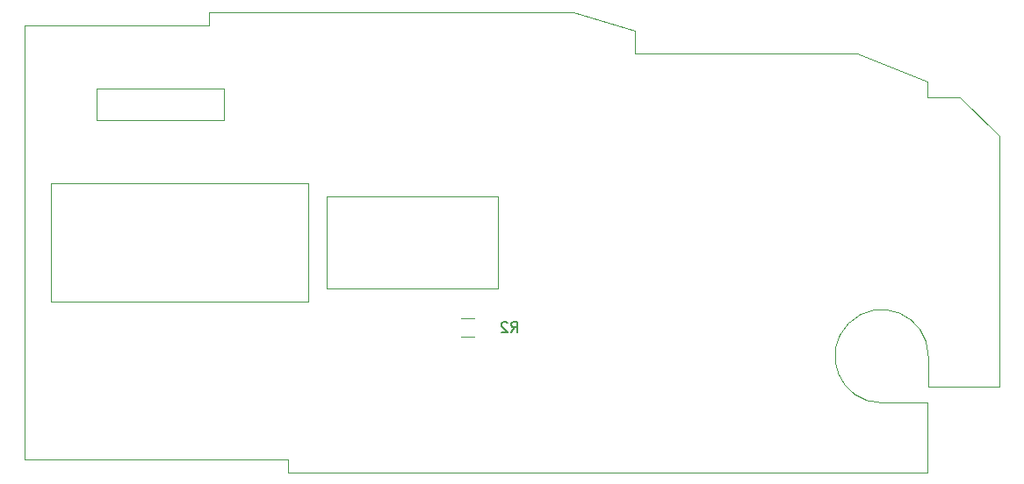
<source format=gbr>
G04 #@! TF.GenerationSoftware,KiCad,Pcbnew,5.99.0-unknown-072ea9a~86~ubuntu18.04.1*
G04 #@! TF.CreationDate,2019-09-18T00:12:09+01:00*
G04 #@! TF.ProjectId,mouse8,6d6f7573-6538-42e6-9b69-6361645f7063,rev?*
G04 #@! TF.SameCoordinates,Original*
G04 #@! TF.FileFunction,Legend,Bot*
G04 #@! TF.FilePolarity,Positive*
%FSLAX46Y46*%
G04 Gerber Fmt 4.6, Leading zero omitted, Abs format (unit mm)*
G04 Created by KiCad (PCBNEW 5.99.0-unknown-072ea9a~86~ubuntu18.04.1) date 2019-09-18 00:12:09*
%MOMM*%
%LPD*%
G04 APERTURE LIST*
%ADD10C,0.050000*%
%ADD11C,0.120000*%
%ADD12C,0.150000*%
G04 APERTURE END LIST*
D10*
X205350000Y-63500000D02*
X170180000Y-63500000D01*
X211275000Y-65275000D02*
X205350000Y-63500000D01*
X211275000Y-65275000D02*
X211275000Y-67525000D01*
X242600000Y-71750000D02*
X246375000Y-75450000D01*
X239395000Y-71755000D02*
X242600000Y-71750000D01*
X239400000Y-70200000D02*
X239395000Y-71755000D01*
X232675000Y-67525000D02*
X239400000Y-70200000D01*
X211275000Y-67525000D02*
X232675000Y-67525000D01*
X239395000Y-107950000D02*
X177800000Y-107950000D01*
X246375000Y-75450000D02*
X246380000Y-99695000D01*
X239525000Y-99675000D02*
X246380000Y-99695000D01*
X239400000Y-101250000D02*
X239395000Y-107950000D01*
X239525000Y-96750000D02*
X239525000Y-99675000D01*
X235025000Y-101250000D02*
X239400000Y-101250000D01*
X235025000Y-101250000D02*
G75*
G02X239525000Y-96750000I0J4500000D01*
G01*
X159308800Y-70916800D02*
X159308800Y-73914000D01*
X171653200Y-70916800D02*
X159308800Y-70916800D01*
X171653200Y-73914000D02*
X171653200Y-70916800D01*
X159308800Y-73914000D02*
X171653200Y-73914000D01*
X154940000Y-80010000D02*
X179705000Y-80010000D01*
X181483000Y-90170000D02*
X181483000Y-81280000D01*
X197993000Y-90170000D02*
X181483000Y-90170000D01*
X197993000Y-81280000D02*
X197993000Y-90170000D01*
X181483000Y-81280000D02*
X197993000Y-81280000D01*
X177800000Y-106680000D02*
X177800000Y-107950000D01*
X152400000Y-106680000D02*
X177800000Y-106680000D01*
X170180000Y-64770000D02*
X152400000Y-64770000D01*
X170180000Y-63500000D02*
X170180000Y-64770000D01*
X154940000Y-91440000D02*
X154940000Y-90805000D01*
X179705000Y-91440000D02*
X179705000Y-90805000D01*
X179705000Y-80010000D02*
X179705000Y-90805000D01*
X154940000Y-90805000D02*
X154940000Y-80010000D01*
X179705000Y-91440000D02*
X154940000Y-91440000D01*
X152400000Y-106680000D02*
X152400000Y-64770000D01*
D11*
X195710564Y-94890000D02*
X194506436Y-94890000D01*
X195710564Y-93070000D02*
X194506436Y-93070000D01*
D12*
X199302666Y-94432380D02*
X199636000Y-93956190D01*
X199874095Y-94432380D02*
X199874095Y-93432380D01*
X199493142Y-93432380D01*
X199397904Y-93480000D01*
X199350285Y-93527619D01*
X199302666Y-93622857D01*
X199302666Y-93765714D01*
X199350285Y-93860952D01*
X199397904Y-93908571D01*
X199493142Y-93956190D01*
X199874095Y-93956190D01*
X198921714Y-93527619D02*
X198874095Y-93480000D01*
X198778857Y-93432380D01*
X198540761Y-93432380D01*
X198445523Y-93480000D01*
X198397904Y-93527619D01*
X198350285Y-93622857D01*
X198350285Y-93718095D01*
X198397904Y-93860952D01*
X198969333Y-94432380D01*
X198350285Y-94432380D01*
M02*

</source>
